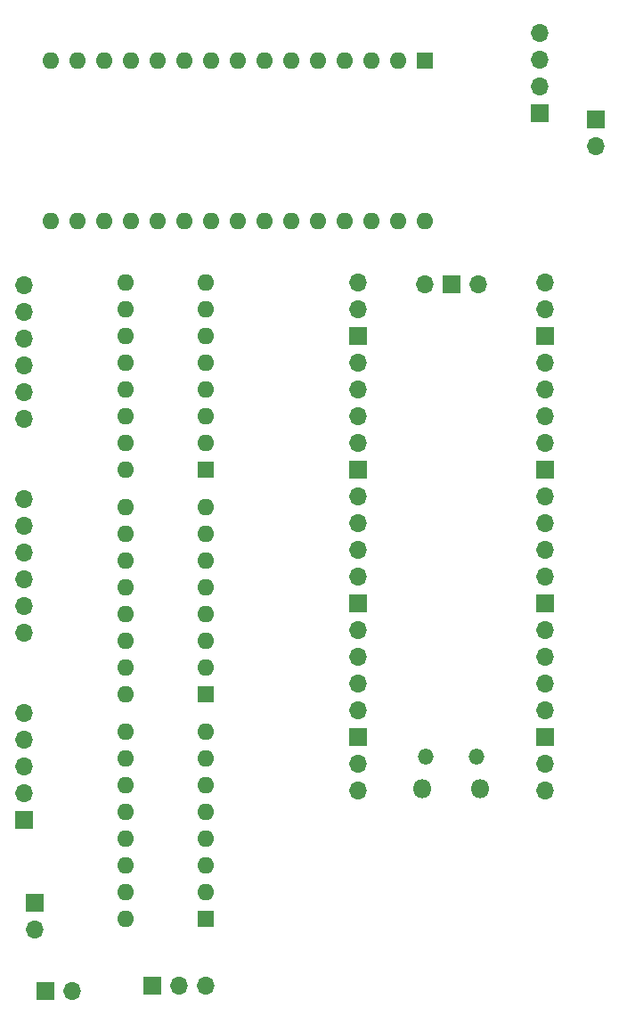
<source format=gbr>
%TF.GenerationSoftware,KiCad,Pcbnew,8.0.2*%
%TF.CreationDate,2024-05-01T01:53:47-07:00*%
%TF.ProjectId,DRIVER,44524956-4552-42e6-9b69-6361645f7063,rev?*%
%TF.SameCoordinates,Original*%
%TF.FileFunction,Soldermask,Bot*%
%TF.FilePolarity,Negative*%
%FSLAX46Y46*%
G04 Gerber Fmt 4.6, Leading zero omitted, Abs format (unit mm)*
G04 Created by KiCad (PCBNEW 8.0.2) date 2024-05-01 01:53:47*
%MOMM*%
%LPD*%
G01*
G04 APERTURE LIST*
%ADD10O,1.800000X1.800000*%
%ADD11O,1.500000X1.500000*%
%ADD12O,1.700000X1.700000*%
%ADD13R,1.700000X1.700000*%
%ADD14R,1.600000X1.600000*%
%ADD15O,1.600000X1.600000*%
G04 APERTURE END LIST*
D10*
%TO.C,U1*%
X82227000Y-159636000D03*
D11*
X81927000Y-156606000D03*
X77077000Y-156606000D03*
D10*
X76777000Y-159636000D03*
D12*
X88392000Y-159766000D03*
X88392000Y-157226000D03*
D13*
X88392000Y-154686000D03*
D12*
X88392000Y-152146000D03*
X88392000Y-149606000D03*
X88392000Y-147066000D03*
X88392000Y-144526000D03*
D13*
X88392000Y-141986000D03*
D12*
X88392000Y-139446000D03*
X88392000Y-136906000D03*
X88392000Y-134366000D03*
X88392000Y-131826000D03*
D13*
X88392000Y-129286000D03*
D12*
X88392000Y-126746000D03*
X88392000Y-124206000D03*
X88392000Y-121666000D03*
X88392000Y-119126000D03*
D13*
X88392000Y-116586000D03*
D12*
X88392000Y-114046000D03*
X88392000Y-111506000D03*
X70612000Y-111506000D03*
X70612000Y-114046000D03*
D13*
X70612000Y-116586000D03*
D12*
X70612000Y-119126000D03*
X70612000Y-121666000D03*
X70612000Y-124206000D03*
X70612000Y-126746000D03*
D13*
X70612000Y-129286000D03*
D12*
X70612000Y-131826000D03*
X70612000Y-134366000D03*
X70612000Y-136906000D03*
X70612000Y-139446000D03*
D13*
X70612000Y-141986000D03*
D12*
X70612000Y-144526000D03*
X70612000Y-147066000D03*
X70612000Y-149606000D03*
X70612000Y-152146000D03*
D13*
X70612000Y-154686000D03*
D12*
X70612000Y-157226000D03*
X70612000Y-159766000D03*
X82042000Y-111736000D03*
D13*
X79502000Y-111736000D03*
D12*
X76962000Y-111736000D03*
%TD*%
D13*
%TO.C,J4*%
X51054000Y-178308000D03*
D12*
X53594000Y-178308000D03*
X56134000Y-178308000D03*
%TD*%
D14*
%TO.C,U3*%
X56134000Y-150622000D03*
D15*
X56134000Y-148082000D03*
X56134000Y-145542000D03*
X56134000Y-143002000D03*
X56134000Y-140462000D03*
X56134000Y-137922000D03*
X56134000Y-135382000D03*
X56134000Y-132842000D03*
X48514000Y-132842000D03*
X48514000Y-135382000D03*
X48514000Y-137922000D03*
X48514000Y-140462000D03*
X48514000Y-143002000D03*
X48514000Y-145542000D03*
X48514000Y-148082000D03*
X48514000Y-150622000D03*
%TD*%
D14*
%TO.C,U4*%
X56134000Y-129286000D03*
D15*
X56134000Y-126746000D03*
X56134000Y-124206000D03*
X56134000Y-121666000D03*
X56134000Y-119126000D03*
X56134000Y-116586000D03*
X56134000Y-114046000D03*
X56134000Y-111506000D03*
X48514000Y-111506000D03*
X48514000Y-114046000D03*
X48514000Y-116586000D03*
X48514000Y-119126000D03*
X48514000Y-121666000D03*
X48514000Y-124206000D03*
X48514000Y-126746000D03*
X48514000Y-129286000D03*
%TD*%
D14*
%TO.C,U2*%
X56134000Y-171958000D03*
D15*
X56134000Y-169418000D03*
X56134000Y-166878000D03*
X56134000Y-164338000D03*
X56134000Y-161798000D03*
X56134000Y-159258000D03*
X56134000Y-156718000D03*
X56134000Y-154178000D03*
X48514000Y-154178000D03*
X48514000Y-156718000D03*
X48514000Y-159258000D03*
X48514000Y-161798000D03*
X48514000Y-164338000D03*
X48514000Y-166878000D03*
X48514000Y-169418000D03*
X48514000Y-171958000D03*
%TD*%
D13*
%TO.C,J5*%
X40894000Y-178816000D03*
D12*
X43434000Y-178816000D03*
%TD*%
D13*
%TO.C,J6*%
X93218000Y-96012000D03*
D12*
X93218000Y-98552000D03*
%TD*%
D13*
%TO.C,J3*%
X39878000Y-170450000D03*
D12*
X39878000Y-172990000D03*
%TD*%
D13*
%TO.C,J2*%
X87884000Y-95489000D03*
D12*
X87884000Y-92949000D03*
X87884000Y-90409000D03*
X87884000Y-87869000D03*
%TD*%
D14*
%TO.C,A1*%
X76962000Y-90424000D03*
D15*
X74422000Y-90424000D03*
X71882000Y-90424000D03*
X69342000Y-90424000D03*
X66802000Y-90424000D03*
X64262000Y-90424000D03*
X61722000Y-90424000D03*
X59182000Y-90424000D03*
X56642000Y-90424000D03*
X54102000Y-90424000D03*
X51562000Y-90424000D03*
X49022000Y-90424000D03*
X46482000Y-90424000D03*
X43942000Y-90424000D03*
X41402000Y-90424000D03*
X41402000Y-105664000D03*
X43942000Y-105664000D03*
X46482000Y-105664000D03*
X49022000Y-105664000D03*
X51562000Y-105664000D03*
X54102000Y-105664000D03*
X56642000Y-105664000D03*
X59182000Y-105664000D03*
X61722000Y-105664000D03*
X64262000Y-105664000D03*
X66802000Y-105664000D03*
X69342000Y-105664000D03*
X71882000Y-105664000D03*
X74422000Y-105664000D03*
X76962000Y-105664000D03*
%TD*%
D13*
%TO.C,J1*%
X38862000Y-162560000D03*
D12*
X38862000Y-160020000D03*
X38862000Y-157480000D03*
X38862000Y-154940000D03*
X38862000Y-152400000D03*
X38862000Y-144780000D03*
X38862000Y-142240000D03*
X38862000Y-139700000D03*
X38862000Y-137160000D03*
X38862000Y-134620000D03*
X38862000Y-132080000D03*
X38862000Y-124460000D03*
X38862000Y-121920000D03*
X38862000Y-119380000D03*
X38862000Y-116840000D03*
X38862000Y-114300000D03*
X38862000Y-111760000D03*
%TD*%
M02*

</source>
